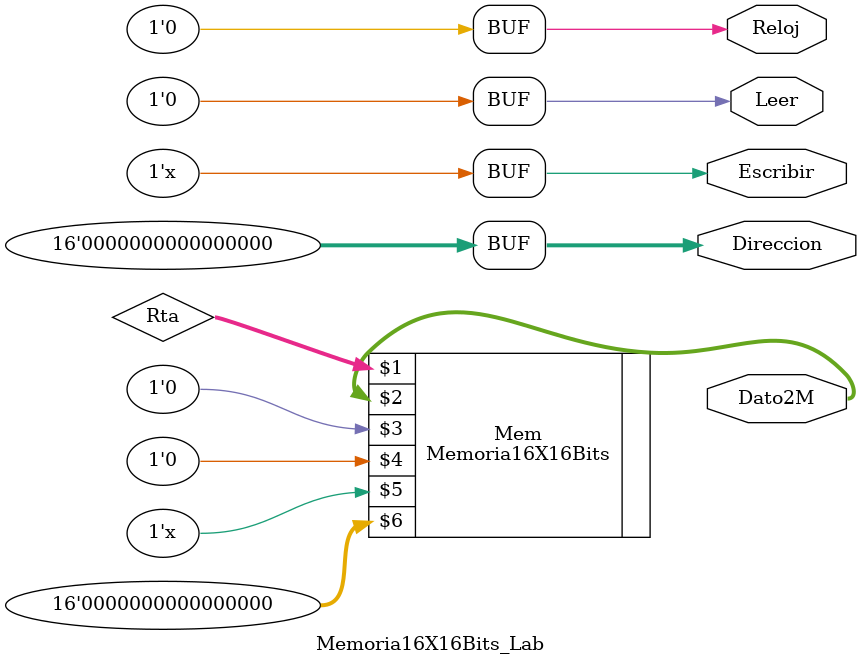
<source format=v>
module Memoria16X16Bits_Lab (/*AUTOARG*/
   // Outputs
   Dato2M, Direccion, Leer, Escribir, Reloj
   ) ;
   output reg [15:0] Dato2M;
   output reg [15:0] Direccion;
   output reg Leer, Escribir, Reloj;

   wire   [15:0] Rta;
   Memoria16X16Bits Mem(Rta,Dato2M,Reloj,Leer,Escribir,Direccion);

   initial begin
      Direccion <= 16'h0;
      Reloj <= 1'b0;
      Leer <= 1'bz;
      Escribir <= 1'bz;
   end

   initial begin
      repeat (8) begin
	 #1 Reloj <= ~Reloj;
      end
      
   end
   
   initial begin
      #1 Leer <= 1'b1;
      #1 Leer <= 1'b0;
   end
   
//      #1 Escribir <=1'b1;
//      #1 Direccion <= 16'h7;
   initial begin
      $dumpfile("Memoria16X16Bits_Lab.vcd");
      $dumpvars;
   end
   
endmodule // Memoria16X16Bits_Lab

</source>
